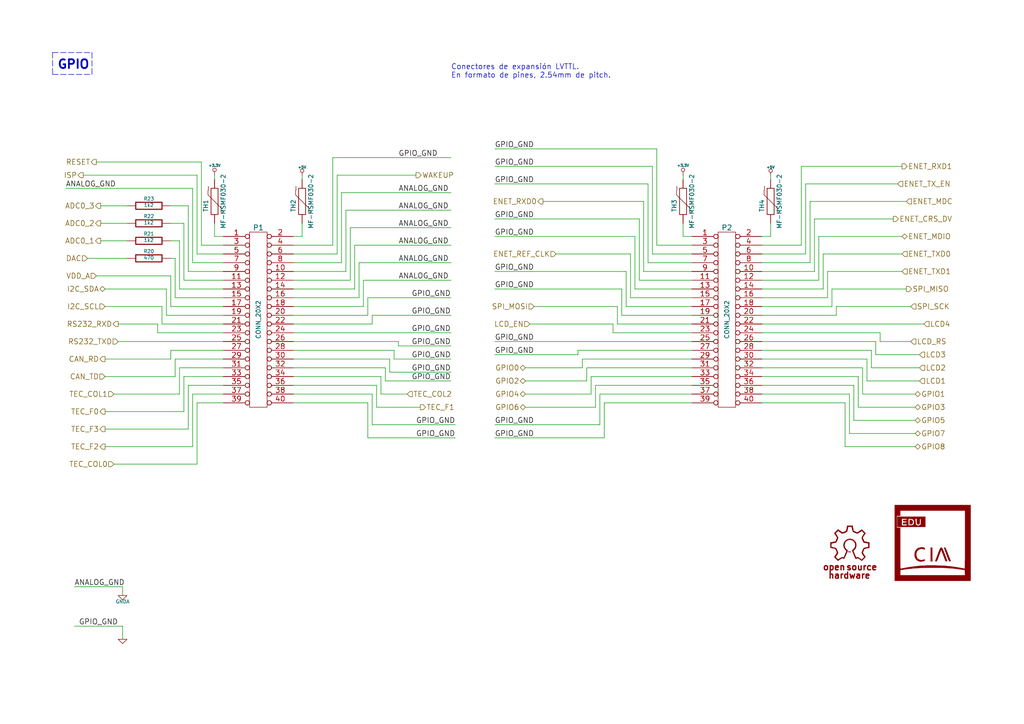
<source format=kicad_sch>
(kicad_sch (version 20250114) (generator "eeschema") (generator_version "9.0")
  (paper "A4")
  (title_block (title "GPIO") (date "5 oct 2015") (rev "1.2") (comment 1 "Computadora Industrial Abierta Argentina Versión Educativa EDU-CIAA-NXP") (comment 2 "Licencia: https://github.com/ciaa/Hardware/tree/master/Readme (LICENSE)"))
  (lib_symbols
    (symbol "edu-ciaa-nxp:+3.3V" (power) (pin_names (offset 0))
      (property "Value" "+3.3V" (at 0 2.794 0))
      (symbol "+3.3V_0_0"
        (pin power_in line (at 0 0 90) (length 0) (hide yes) (name "+3.3V") (number "1"))
      )
      (symbol "+3.3V_0_1"
        (circle (center 0 1.524) (radius 0.508))
        (polyline (pts (xy 0 0) (xy 0 1.016) (xy 0 1.016)))
      )
    )
    (symbol "edu-ciaa-nxp:+5V" (power) (pin_names (offset 1.016))
      (property "Value" "+5V" (at 0 2.286 0))
      (symbol "+5V_0_0"
        (pin power_in line (at 0 0 90) (length 0) (hide yes) (name "+5V") (number "1"))
      )
      (symbol "+5V_0_1"
        (circle (center 0 1.27) (radius 0.508))
        (polyline (pts (xy 0 0) (xy 0 0.762) (xy 0 0.762) (xy 0 0.762)))
      )
    )
    (symbol "edu-ciaa-nxp:CONN_20X2" (pin_names (offset 0.254) (hide yes))
      (property "Reference" "P" (at 0 26.67 0))
      (property "Value" "CONN_20X2" (at 0 0 90))
      (symbol "CONN_20X2_0_1"
        (rectangle (start -2.54 25.4) (end 2.54 -25.4))
      )
      (symbol "CONN_20X2_1_1"
        (pin passive inverted (at -10.16 24.13 0) (length 7.62) (name "P1") (number "1"))
        (pin passive inverted (at -10.16 21.59 0) (length 7.62) (name "P3") (number "3"))
        (pin passive inverted (at -10.16 19.05 0) (length 7.62) (name "P5") (number "5"))
        (pin passive inverted (at -10.16 16.51 0) (length 7.62) (name "P7") (number "7"))
        (pin passive inverted (at -10.16 13.97 0) (length 7.62) (name "P9") (number "9"))
        (pin passive inverted (at -10.16 11.43 0) (length 7.62) (name "P11") (number "11"))
        (pin passive inverted (at -10.16 8.89 0) (length 7.62) (name "P13") (number "13"))
        (pin passive inverted (at -10.16 6.35 0) (length 7.62) (name "P15") (number "15"))
        (pin passive inverted (at -10.16 3.81 0) (length 7.62) (name "P17") (number "17"))
        (pin passive inverted (at -10.16 1.27 0) (length 7.62) (name "P19") (number "19"))
        (pin passive inverted (at -10.16 -1.27 0) (length 7.62) (name "P21") (number "21"))
        (pin passive inverted (at -10.16 -3.81 0) (length 7.62) (name "P23") (number "23"))
        (pin passive inverted (at -10.16 -6.35 0) (length 7.62) (name "~") (number "25"))
        (pin passive inverted (at -10.16 -8.89 0) (length 7.62) (name "P27") (number "27"))
        (pin passive inverted (at -10.16 -11.43 0) (length 7.62) (name "P29") (number "29"))
        (pin passive inverted (at -10.16 -13.97 0) (length 7.62) (name "P31") (number "31"))
        (pin passive inverted (at -10.16 -16.51 0) (length 7.62) (name "P33") (number "33"))
        (pin passive inverted (at -10.16 -19.05 0) (length 7.62) (name "P35") (number "35"))
        (pin passive inverted (at -10.16 -21.59 0) (length 7.62) (name "P37") (number "37"))
        (pin passive inverted (at -10.16 -24.13 0) (length 7.62) (name "P39") (number "39"))
        (pin passive inverted (at 10.16 24.13 180) (length 7.62) (name "P2") (number "2"))
        (pin passive inverted (at 10.16 21.59 180) (length 7.62) (name "P4") (number "4"))
        (pin passive inverted (at 10.16 19.05 180) (length 7.62) (name "P6") (number "6"))
        (pin passive inverted (at 10.16 16.51 180) (length 7.62) (name "P8") (number "8"))
        (pin passive inverted (at 10.16 13.97 180) (length 7.62) (name "P10") (number "10"))
        (pin passive inverted (at 10.16 11.43 180) (length 7.62) (name "P12") (number "12"))
        (pin passive inverted (at 10.16 8.89 180) (length 7.62) (name "P14") (number "14"))
        (pin passive inverted (at 10.16 6.35 180) (length 7.62) (name "P16") (number "16"))
        (pin passive inverted (at 10.16 3.81 180) (length 7.62) (name "P18") (number "18"))
        (pin passive inverted (at 10.16 1.27 180) (length 7.62) (name "P20") (number "20"))
        (pin passive inverted (at 10.16 -1.27 180) (length 7.62) (name "P22") (number "22"))
        (pin passive inverted (at 10.16 -3.81 180) (length 7.62) (name "P24") (number "24"))
        (pin passive inverted (at 10.16 -6.35 180) (length 7.62) (name "P26") (number "26"))
        (pin passive inverted (at 10.16 -8.89 180) (length 7.62) (name "P28") (number "28"))
        (pin passive inverted (at 10.16 -11.43 180) (length 7.62) (name "P30") (number "30"))
        (pin passive inverted (at 10.16 -13.97 180) (length 7.62) (name "P32") (number "32"))
        (pin passive inverted (at 10.16 -16.51 180) (length 7.62) (name "P34") (number "34"))
        (pin passive inverted (at 10.16 -19.05 180) (length 7.62) (name "P36") (number "36"))
        (pin passive inverted (at 10.16 -21.59 180) (length 7.62) (name "P38") (number "38"))
        (pin passive inverted (at 10.16 -24.13 180) (length 7.62) (name "P40") (number "40"))
      )
    )
    (symbol "edu-ciaa-nxp:GND" (power) (pin_names (offset 0))
      (symbol "GND_0_1"
        (polyline (pts (xy -1.27 0) (xy 0 -1.27) (xy 1.27 0) (xy -1.27 0)))
      )
      (symbol "GND_1_1"
        (pin power_in line (at 0 0 90) (length 0) (hide yes) (name "GND") (number "1"))
      )
    )
    (symbol "edu-ciaa-nxp:GNDA" (power) (pin_names (offset 0))
      (property "Value" "GNDA" (at 0 -1.778 0))
      (symbol "GNDA_0_1"
        (polyline (pts (xy -1.27 0) (xy 0 -1.27) (xy 1.27 0) (xy -1.27 0)))
      )
      (symbol "GNDA_1_1"
        (pin power_in line (at 0 0 90) (length 0) (hide yes) (name "GNDA") (number "1"))
      )
    )
    (symbol "edu-ciaa-nxp:LOGO" (pin_names (offset 1.016))
      (symbol "LOGO_0_0"
        (polyline (pts (xy -5.7658 6.1722) (xy -5.8674 6.4516) (xy -6.0706 6.6294) (xy -6.4008 6.6802) (xy -6.6802 6.6802) (xy -6.6802 6.0452) (xy -6.7056 5.4102) (xy -6.3754 5.4102) (xy -6.1976 5.4356) (xy -5.9436 5.5118) (xy -5.8166 5.715) (xy -5.7658 6.0706) (xy -5.7658 6.1722) (xy -5.7658 6.1722)) (stroke (width 0.0254)) (fill (type outline)))
        (polyline (pts (xy -2.286 -1.9304) (xy -2.3114 -1.6764) (xy -2.3368 -1.524) (xy -2.413 -1.397) (xy -2.6162 -1.3208) (xy -2.8956 -1.27) (xy -3.4036 -1.2954) (xy -3.9116 -1.397) (xy -4.3688 -1.6002) (xy -4.7244 -1.8796) (xy -5.0038 -2.286) (xy -5.1816 -2.794) (xy -5.2578 -3.3528) (xy -5.2324 -3.7592) (xy -5.08 -4.318) (xy -4.826 -4.7498) (xy -4.4196 -5.1054) (xy -3.9116 -5.334) (xy -3.81 -5.3594) (xy -3.5052 -5.3848) (xy -3.1496 -5.3594) (xy -2.794 -5.334) (xy -2.5146 -5.2578) (xy -2.3622 -5.1562) (xy -2.286 -4.953) (xy -2.286 -4.8514) (xy -2.3368 -4.8006) (xy -2.4384 -4.8006) (xy -2.6924 -4.8768) (xy -2.7178 -4.8768) (xy -3.175 -4.9784) (xy -3.556 -4.953) (xy -3.937 -4.826) (xy -4.064 -4.7752) (xy -4.4196 -4.4958) (xy -4.6228 -4.1148) (xy -4.7244 -3.6322) (xy -4.7498 -3.302) (xy -4.699 -2.8702) (xy -4.5974 -2.5146) (xy -4.3942 -2.2352) (xy -4.0132 -1.905) (xy -3.556 -1.7272) (xy -3.0734 -1.7018) (xy -2.5908 -1.8034) (xy -2.286 -1.9304) (xy -2.286 -1.9304)) (stroke (width 0.0254)) (fill (type outline)))
        (polyline (pts (xy -2.1082 7.62) (xy -3.3782 7.62) (xy -3.3782 6.2484) (xy -3.4036 5.842) (xy -3.429 5.5626) (xy -3.4544 5.3848) (xy -3.5306 5.2578) (xy -3.7338 5.1054) (xy -4.0894 5.0292) (xy -4.318 5.0038) (xy -4.5212 5.0546) (xy -4.699 5.1816) (xy -4.8006 5.2832) (xy -4.8768 5.4102) (xy -4.9276 5.5626) (xy -4.953 5.8166) (xy -4.9784 6.223) (xy -5.0292 7.0358) (xy -4.8006 7.0358) (xy -4.572 7.0358) (xy -4.572 6.3246) (xy -4.572 6.1468) (xy -4.5466 5.7658) (xy -4.4704 5.5118) (xy -4.3434 5.3848) (xy -4.1402 5.334) (xy -4.064 5.334) (xy -3.9116 5.4102) (xy -3.81 5.588) (xy -3.7338 5.8674) (xy -3.7338 6.3246) (xy -3.7338 6.5532) (xy -3.7084 6.8072) (xy -3.683 6.9596) (xy -3.6322 7.0104) (xy -3.556 7.0358) (xy -3.4798 7.0104) (xy -3.429 6.9596) (xy -3.4036 6.8326) (xy -3.4036 6.604) (xy -3.3782 6.2484) (xy -3.3782 7.62) (xy -5.3848 7.62) (xy -5.3848 6.1468) (xy -5.3848 5.7658) (xy -5.5118 5.4356) (xy -5.6896 5.207) (xy -5.7658 5.1816) (xy -6.0452 5.1054) (xy -6.4516 5.08) (xy -7.0358 5.08) (xy -7.0358 6.0706) (xy -7.0358 7.0612) (xy -6.4516 7.0104) (xy -6.2992 7.0104) (xy -6.0198 6.9596) (xy -5.7912 6.9088) (xy -5.6388 6.7818) (xy -5.6388 6.7564) (xy -5.461 6.477) (xy -5.3848 6.1468) (xy -5.3848 7.62) (xy -6.1722 7.62) (xy -7.4422 7.62) (xy -7.4422 6.858) (xy -7.4676 6.7818) (xy -7.5438 6.731) (xy -7.6962 6.7056) (xy -8.001 6.6802) (xy -8.1026 6.6802) (xy -8.3566 6.6802) (xy -8.4836 6.6548) (xy -8.5344 6.604) (xy -8.5598 6.477) (xy -8.5344 6.35) (xy -8.4836 6.2992) (xy -8.3312 6.2738) (xy -8.0518 6.2738) (xy -7.8232 6.2738) (xy -7.6454 6.2484) (xy -7.5692 6.1976) (xy -7.5438 6.096) (xy -7.5438 6.0198) (xy -7.62 5.969) (xy -7.7724 5.9436) (xy -8.0518 5.9182) (xy -8.128 5.9182) (xy -8.382 5.9182) (xy -8.509 5.8928) (xy -8.5598 5.8166) (xy -8.5598 5.6642) (xy -8.5598 5.4102) (xy -8.001 5.4102) (xy -7.9502 5.4102) (xy -7.6708 5.4102) (xy -7.5438 5.3848) (xy -7.4676 5.334) (xy -7.4422 5.2324) (xy -7.4676 5.1562) (xy -7.493 5.08) (xy -7.62 5.0546) (xy -7.8232 5.0546) (xy -8.1788 5.0292) (xy -8.3312 5.0546) (xy -8.636 5.0546) (xy -8.8392 5.0546) (xy -8.9408 5.08) (xy -8.9408 5.1562) (xy -8.9662 5.3848) (xy -8.9662 5.6896) (xy -8.9662 6.0706) (xy -8.9662 7.0358) (xy -8.2042 7.0358) (xy -7.9248 7.0358) (xy -7.6708 7.0104) (xy -7.5184 6.985) (xy -7.4676 6.9342) (xy -7.4422 6.858) (xy -7.4422 7.62) (xy -10.2362 7.62) (xy -10.2362 6.1468) (xy -10.2362 4.6482) (xy -6.1722 4.6482) (xy -2.1082 4.6482) (xy -2.1082 6.1468) (xy -2.1082 7.62) (xy -2.1082 7.62)) (stroke (width 0.0254)) (fill (type outline)))
        (polyline (pts (xy -0.0762 -5.334) (xy -0.1016 -3.3528) (xy -0.1016 -1.3462) (xy -0.3556 -1.3462) (xy -0.5842 -1.3462) (xy -0.5842 -3.3528) (xy -0.5842 -5.334) (xy -0.3302 -5.334) (xy -0.0762 -5.334) (xy -0.0762 -5.334)) (stroke (width 0.0254)) (fill (type outline)))
        (polyline (pts (xy 4.2164 -5.207) (xy 4.191 -5.1562) (xy 4.1148 -4.9784) (xy 4.0132 -4.6482) (xy 3.8608 -4.2418) (xy 3.683 -3.7592) (xy 3.4798 -3.2258) (xy 3.3782 -2.9718) (xy 3.175 -2.4384) (xy 2.9972 -2.032) (xy 2.8956 -1.7526) (xy 2.794 -1.5494) (xy 2.7178 -1.4478) (xy 2.6416 -1.3716) (xy 2.5654 -1.3462) (xy 2.4892 -1.3462) (xy 2.4384 -1.3462) (xy 2.3622 -1.3716) (xy 2.3114 -1.397) (xy 2.2352 -1.4986) (xy 2.159 -1.651) (xy 2.0574 -1.8796) (xy 1.905 -2.2098) (xy 1.7272 -2.667) (xy 1.4986 -3.2766) (xy 1.3462 -3.6576) (xy 1.1684 -4.1656) (xy 0.9906 -4.5974) (xy 0.8636 -4.953) (xy 0.7874 -5.1816) (xy 0.762 -5.2578) (xy 0.8128 -5.3086) (xy 0.9906 -5.334) (xy 1.0668 -5.334) (xy 1.143 -5.3086) (xy 1.1938 -5.2324) (xy 1.27 -5.1054) (xy 1.3716 -4.9022) (xy 1.4986 -4.5974) (xy 1.651 -4.1656) (xy 1.8542 -3.5814) (xy 1.9558 -3.3528) (xy 2.1336 -2.8702) (xy 2.286 -2.4892) (xy 2.413 -2.1844) (xy 2.4892 -2.0066) (xy 2.5146 -1.9558) (xy 2.5146 -1.9812) (xy 2.5654 -2.1082) (xy 2.667 -2.3876) (xy 2.794 -2.7432) (xy 2.9718 -3.2004) (xy 3.1496 -3.7084) (xy 3.302 -4.1148) (xy 3.4798 -4.572) (xy 3.5814 -4.8768) (xy 3.683 -5.1054) (xy 3.7592 -5.2324) (xy 3.8354 -5.3086) (xy 3.9116 -5.334) (xy 3.9878 -5.334) (xy 4.1656 -5.3086) (xy 4.2164 -5.207) (xy 4.2164 -5.207)) (stroke (width 0.0254)) (fill (type outline)))
        (polyline (pts (xy 5.207 -5.2578) (xy 5.1816 -5.1562) (xy 5.1308 -4.9784) (xy 5.0292 -4.7244) (xy 4.9022 -4.3434) (xy 4.699 -3.8608) (xy 4.445 -3.2258) (xy 4.2926 -2.794) (xy 4.0894 -2.3114) (xy 3.937 -1.9558) (xy 3.8354 -1.7018) (xy 3.7338 -1.524) (xy 3.6576 -1.4224) (xy 3.6068 -1.3716) (xy 3.5306 -1.3716) (xy 3.3782 -1.3462) (xy 3.302 -1.3716) (xy 3.3274 -1.4732) (xy 3.4036 -1.6764) (xy 3.5306 -2.0066) (xy 3.6576 -2.3876) (xy 3.8354 -2.8448) (xy 4.0132 -3.3274) (xy 4.1656 -3.7846) (xy 4.3434 -4.2418) (xy 4.4704 -4.6228) (xy 4.5974 -4.9022) (xy 4.6736 -5.1054) (xy 4.6736 -5.1308) (xy 4.8006 -5.2832) (xy 5.0038 -5.334) (xy 5.08 -5.334) (xy 5.1562 -5.334) (xy 5.1816 -5.3086) (xy 5.207 -5.2578) (xy 5.207 -5.2578)) (stroke (width 0.0254)) (fill (type outline)))
        (polyline (pts (xy 10.9982 10.9982) (xy 9.398 10.9982) (xy 9.398 9.398) (xy 9.398 0.9144) (xy 9.398 0.8382) (xy 9.398 -0.5588) (xy 9.398 -1.778) (xy 9.398 -2.8702) (xy 9.398 -3.7846) (xy 9.398 -4.5974) (xy 9.398 -9.398) (xy 0 -9.398) (xy -9.398 -9.398) (xy -9.3726 -8.6106) (xy -9.3472 -7.8232) (xy -8.9408 -7.7724) (xy -8.7884 -7.747) (xy -7.6454 -7.5946) (xy -6.5786 -7.4676) (xy -5.5626 -7.366) (xy -4.572 -7.2898) (xy -3.556 -7.239) (xy -2.4638 -7.1882) (xy -1.2954 -7.1628) (xy 0 -7.1628) (xy 0.1524 -7.1628) (xy 1.4478 -7.1628) (xy 2.5908 -7.1882) (xy 3.6576 -7.239) (xy 4.6736 -7.2898) (xy 5.6642 -7.366) (xy 6.6802 -7.4676) (xy 7.747 -7.62) (xy 8.9408 -7.7724) (xy 9.3472 -7.8232) (xy 9.3726 -8.6106) (xy 9.398 -9.398) (xy 9.398 -4.5974) (xy 9.3726 -5.2832) (xy 9.3726 -5.8674) (xy 9.3726 -6.3246) (xy 9.3726 -6.7056) (xy 9.3472 -6.985) (xy 9.3472 -7.2136) (xy 9.3218 -7.366) (xy 9.2964 -7.4422) (xy 9.2964 -7.493) (xy 9.271 -7.493) (xy 9.0678 -7.4422) (xy 8.7376 -7.366) (xy 8.3058 -7.2898) (xy 7.7978 -7.1882) (xy 7.239 -7.112) (xy 6.6802 -7.0104) (xy 6.1214 -6.9342) (xy 5.6388 -6.858) (xy 5.2832 -6.8072) (xy 3.048 -6.604) (xy 0.762 -6.5278) (xy -1.524 -6.5278) (xy -3.7846 -6.6548) (xy -5.969 -6.9088) (xy -8.0772 -7.239) (xy -8.128 -7.2644) (xy -8.5344 -7.3406) (xy -8.89 -7.4168) (xy -9.144 -7.4676) (xy -9.271 -7.493) (xy -9.2964 -7.493) (xy -9.3218 -7.4676) (xy -9.3218 -7.3914) (xy -9.3472 -7.2644) (xy -9.3726 -7.0612) (xy -9.3726 -6.7564) (xy -9.3726 -6.3754) (xy -9.398 -5.9182) (xy -9.398 -5.3086) (xy -9.398 -4.5974) (xy -9.398 -3.7338) (xy -9.398 -2.7432) (xy -9.398 -1.5748) (xy -9.398 4.3942) (xy -9.906 4.3942) (xy -10.414 4.3942) (xy -10.414 6.1468) (xy -10.414 7.874) (xy -9.906 7.874) (xy -9.398 7.874) (xy -9.398 8.636) (xy -9.398 9.398) (xy 0 9.398) (xy 9.398 9.398) (xy 9.398 10.9982) (xy 0 10.9982) (xy -10.9982 10.9982) (xy -10.9982 0) (xy -10.9982 -10.9982) (xy 0 -10.9982) (xy 10.9982 -10.9982) (xy 10.9982 0) (xy 10.9982 10.9982) (xy 10.9982 10.9982)) (stroke (width 0.0254)) (fill (type outline)))
      )
    )
    (symbol "edu-ciaa-nxp:OSHWA" (pin_names (offset 1.016))
      (symbol "OSHWA_0_0"
        (polyline (pts (xy 5.7912 2.667) (xy 5.5372 2.7178) (xy 5.4864 2.7432) (xy 5.4864 1.8796) (xy 5.4864 1.8288) (xy 5.4864 1.6002) (xy 5.4864 1.4732) (xy 5.4102 1.3716) (xy 5.2832 1.3208) (xy 5.0038 1.27) (xy 4.6228 1.1938) (xy 4.572 1.1684) (xy 4.318 1.1176) (xy 4.1656 1.0414) (xy 4.0386 0.889) (xy 3.937 0.6604) (xy 3.8354 0.4064) (xy 3.683 0.0762) (xy 3.6068 -0.1778) (xy 3.5814 -0.3556) (xy 3.6322 -0.5334) (xy 3.7592 -0.7366) (xy 3.9116 -0.9906) (xy 4.318 -1.5494) (xy 3.937 -1.9304) (xy 3.5814 -2.3114) (xy 3.048 -1.9558) (xy 2.794 -1.778) (xy 2.5654 -1.651) (xy 2.3876 -1.6256) (xy 2.2098 -1.6256) (xy 1.905 -1.6764) (xy 1.4986 -0.7112) (xy 1.1176 0.2286) (xy 1.397 0.508) (xy 1.5748 0.6604) (xy 1.8034 1.016) (xy 1.9304 1.397) (xy 1.9812 1.8542) (xy 1.9812 1.9304) (xy 1.9558 2.2606) (xy 1.905 2.54) (xy 1.7526 2.8194) (xy 1.4732 3.175) (xy 1.0668 3.5052) (xy 0.5842 3.683) (xy 0.1016 3.7338) (xy -0.4064 3.6576) (xy -0.889 3.429) (xy -1.2954 3.048) (xy -1.3462 2.9972) (xy -1.6256 2.5146) (xy -1.7526 2.0066) (xy -1.7018 1.4986) (xy -1.4986 0.9906) (xy -1.143 0.508) (xy -0.8636 0.2032) (xy -1.2446 -0.7366) (xy -1.651 -1.6764) (xy -1.9558 -1.6256) (xy -2.1082 -1.6256) (xy -2.286 -1.651) (xy -2.4892 -1.7526) (xy -2.7686 -1.9304) (xy -3.2766 -2.2606) (xy -3.6576 -1.905) (xy -4.0132 -1.524) (xy -3.6322 -0.9652) (xy -3.2766 -0.4064) (xy -3.429 0.0254) (xy -3.4544 0.1016) (xy -3.6068 0.508) (xy -3.7338 0.7874) (xy -3.8862 0.9906) (xy -4.0894 1.0922) (xy -4.3688 1.1938) (xy -4.7752 1.27) (xy -5.2578 1.3716) (xy -5.2324 1.905) (xy -5.207 2.413) (xy -4.5212 2.54) (xy -3.8608 2.667) (xy -3.5814 3.2512) (xy -3.556 3.302) (xy -3.4036 3.6068) (xy -3.3274 3.8862) (xy -3.2766 4.0386) (xy -3.3274 4.2164) (xy -3.4544 4.445) (xy -3.6322 4.7244) (xy -3.6576 4.7498) (xy -3.81 5.0292) (xy -3.937 5.207) (xy -3.9878 5.3086) (xy -3.9878 5.334) (xy -3.8862 5.461) (xy -3.7338 5.6388) (xy -3.5306 5.8166) (xy -3.3782 5.969) (xy -3.2766 6.0198) (xy -3.1496 5.9436) (xy -2.9464 5.8166) (xy -2.6924 5.6388) (xy -2.6162 5.588) (xy -2.3622 5.4102) (xy -2.159 5.3086) (xy -2.032 5.2578) (xy -1.8796 5.3086) (xy -1.6256 5.3848) (xy -1.3208 5.5118) (xy -1.2446 5.5372) (xy -0.9144 5.6896) (xy -0.7112 5.842) (xy -0.635 5.969) (xy -0.6096 6.096) (xy -0.5588 6.3754) (xy -0.4826 6.6802) (xy -0.381 7.239) (xy 0.127 7.239) (xy 0.635 7.239) (xy 0.7366 6.731) (xy 0.7874 6.477) (xy 0.8636 6.1722) (xy 0.9398 5.9436) (xy 1.0414 5.8166) (xy 1.1684 5.715) (xy 1.3462 5.6134) (xy 1.4478 5.5626) (xy 1.778 5.4356) (xy 2.032 5.334) (xy 2.1844 5.2832) (xy 2.3114 5.2832) (xy 2.4638 5.334) (xy 2.667 5.4356) (xy 2.9464 5.6388) (xy 3.556 6.0452) (xy 3.937 5.6896) (xy 4.2926 5.3086) (xy 3.9116 4.7498) (xy 3.8354 4.6228) (xy 3.683 4.318) (xy 3.5814 4.0894) (xy 3.6068 3.8354) (xy 3.683 3.5306) (xy 3.8862 3.1496) (xy 4.1148 2.667) (xy 4.7752 2.54) (xy 5.461 2.413) (xy 5.4864 1.8796) (xy 5.4864 2.7432) (xy 5.4102 2.7432) (xy 5.1054 2.8194) (xy 4.8006 2.8956) (xy 4.2926 2.9718) (xy 4.064 3.5306) (xy 3.81 4.0894) (xy 4.2418 4.7244) (xy 4.6736 5.3594) (xy 4.1148 5.9182) (xy 3.5814 6.4516) (xy 2.921 6.0198) (xy 2.286 5.5626) (xy 1.7526 5.7912) (xy 1.1938 6.0452) (xy 1.0922 6.5532) (xy 1.0668 6.8072) (xy 0.9906 7.0866) (xy 0.9652 7.3152) (xy 0.9144 7.5438) (xy 0.127 7.5438) (xy -0.6604 7.5438) (xy -0.762 6.9342) (xy -0.8128 6.6802) (xy -0.889 6.35) (xy -0.9652 6.1214) (xy -1.0922 5.9944) (xy -1.27 5.8928) (xy -1.524 5.7658) (xy -2.032 5.588) (xy -2.667 6.0198) (xy -3.3274 6.477) (xy -3.8608 5.9182) (xy -4.4196 5.3594) (xy -3.9878 4.7244) (xy -3.556 4.0894) (xy -3.7846 3.556) (xy -3.7846 3.5306) (xy -3.8862 3.2766) (xy -3.9878 3.0734) (xy -4.0132 2.9972) (xy -4.0386 2.9718) (xy -4.191 2.9464) (xy -4.445 2.8956) (xy -4.7752 2.8194) (xy -5.5118 2.6924) (xy -5.5118 1.905) (xy -5.5118 1.143) (xy -4.9022 1.016) (xy -4.8768 1.016) (xy -4.5466 0.9652) (xy -4.2926 0.889) (xy -4.1402 0.8382) (xy -4.1148 0.8128) (xy -4.0132 0.6604) (xy -3.8862 0.4318) (xy -3.7592 0.1524) (xy -3.683 -0.1016) (xy -3.6576 -0.3048) (xy -3.7084 -0.4572) (xy -3.8608 -0.6858) (xy -4.0386 -0.9652) (xy -4.4196 -1.524) (xy -3.8862 -2.0828) (xy -3.7846 -2.2098) (xy -3.556 -2.413) (xy -3.3782 -2.5654) (xy -3.3274 -2.6162) (xy -3.302 -2.6162) (xy -3.2004 -2.54) (xy -2.9972 -2.413) (xy -2.7178 -2.2352) (xy -2.5654 -2.1082) (xy -2.3368 -1.9558) (xy -2.1844 -1.905) (xy -2.0574 -1.905) (xy -1.905 -1.9304) (xy -1.7018 -2.0066) (xy -1.5748 -2.0574) (xy -1.5494 -2.032) (xy -1.4732 -1.8796) (xy -1.3462 -1.6256) (xy -1.1684 -1.27) (xy -0.9906 -0.8636) (xy -0.4826 0.3556) (xy -0.8382 0.6604) (xy -1.016 0.8128) (xy -1.27 1.2192) (xy -1.4224 1.651) (xy -1.4224 2.1082) (xy -1.2954 2.5146) (xy -1.0922 2.8956) (xy -0.762 3.2004) (xy -0.3556 3.4036) (xy 0.1524 3.4798) (xy 0.4826 3.429) (xy 0.9144 3.2766) (xy 1.27 2.9718) (xy 1.5494 2.5908) (xy 1.6764 2.159) (xy 1.6764 1.8288) (xy 1.6256 1.4478) (xy 1.4732 1.0922) (xy 1.1684 0.762) (xy 0.762 0.3556) (xy 1.2446 -0.8128) (xy 1.3208 -1.016) (xy 1.4732 -1.397) (xy 1.6256 -1.7272) (xy 1.7272 -1.9558) (xy 1.778 -2.0574) (xy 1.8796 -2.0828) (xy 2.032 -2.0066) (xy 2.1844 -1.905) (xy 2.3114 -1.8796) (xy 2.4892 -1.905) (xy 2.7178 -2.032) (xy 3.0226 -2.2352) (xy 3.5814 -2.6416) (xy 4.1402 -2.0828) (xy 4.6736 -1.524) (xy 4.2926 -0.9652) (xy 4.2164 -0.8636) (xy 4.064 -0.6096) (xy 3.937 -0.381) (xy 3.8862 -0.2794) (xy 3.8862 -0.254) (xy 3.937 -0.0762) (xy 4.0386 0.1778) (xy 4.1402 0.4572) (xy 4.2418 0.6858) (xy 4.318 0.7874) (xy 4.3434 0.8128) (xy 4.4958 0.8636) (xy 4.7498 0.9398) (xy 5.08 1.016) (xy 5.7912 1.143) (xy 5.7912 1.905) (xy 5.7912 2.667) (xy 5.7912 2.667)) (stroke (width 0.0254)) (fill (type outline)))
        (text "open" (at -4.445 -4.445 0) (effects (font (size 1.778 1.778) (bold yes))))
        (text "hardware" (at -0.0254 -6.858 0) (effects (font (size 1.778 1.778) (bold yes))))
        (text "source" (at 3.556 -4.445 0) (effects (font (size 1.778 1.778) (bold yes))))
      )
    )
    (symbol "edu-ciaa-nxp:R" (pin_numbers (hide yes)) (pin_names (offset 0))
      (property "Reference" "R" (at 2.032 0 90))
      (property "Value" "R" (at 0.1778 0.0254 90))
      (symbol "R_0_1"
        (rectangle (start -1.016 3.81) (end 1.016 -3.81) (stroke (width 0.3048)))
      )
      (symbol "R_1_1"
        (pin passive line (at 0 6.35 270) (length 2.54) (name "~") (number "1"))
        (pin passive line (at 0 -6.35 90) (length 2.54) (name "~") (number "2"))
      )
    )
    (symbol "edu-ciaa-nxp:THERMISTOR" (pin_numbers (hide yes)) (pin_names (offset 0))
      (property "Reference" "TH" (at 2.54 1.27 90))
      (property "Value" "THERMISTOR" (at -2.54 0 90))
      (symbol "THERMISTOR_0_1"
        (polyline (pts (xy -1.905 3.175) (xy -1.905 1.905) (xy 1.905 -1.905) (xy 1.905 -3.175) (xy 1.905 -3.175)))
        (rectangle (start -1.016 3.81) (end 1.016 -3.81) (stroke (width 0.2032)))
        (text "-" (at 1.905 -3.81 900) (effects (font (size 1.524 1.524))))
      )
      (symbol "THERMISTOR_1_1"
        (pin passive line (at 0 6.35 270) (length 2.54) (name "~") (number "1"))
        (pin passive line (at 0 -6.35 90) (length 2.54) (name "~") (number "2"))
      )
    )
  )
  (text "GPIO" (at 16.51 20.32 0) (effects (font (size 2.54 2.54) (thickness 0.508) (bold yes)) (justify left bottom)))
  (text "Conectores de expansión LVTTL.\nEn formato de pines, 2.54mm de pitch." (at 130.81 22.86 0) (effects (font (size 1.524 1.524)) (justify left bottom)))
  (wire (pts (xy 49.53 74.93) (xy 50.8 74.93)))
  (wire (pts (xy 50.8 74.93) (xy 50.8 86.36)))
  (wire (pts (xy 189.23 73.66) (xy 200.66 73.66)))
  (wire (pts (xy 187.96 76.2) (xy 200.66 76.2)))
  (wire (pts (xy 24.13 50.8) (xy 57.15 50.8)))
  (wire (pts (xy 220.98 88.9) (xy 241.3 88.9)))
  (wire (pts (xy 220.98 111.76) (xy 247.65 111.76)))
  (wire (pts (xy 85.09 116.84) (xy 106.68 116.84)))
  (wire (pts (xy 99.06 76.2) (xy 99.06 55.88)))
  (wire (pts (xy 242.57 91.44) (xy 242.57 88.9)))
  (wire (pts (xy 110.49 109.22) (xy 110.49 114.3)))
  (wire (pts (xy 85.09 71.12) (xy 96.52 71.12)))
  (wire (pts (xy 198.12 64.77) (xy 198.12 68.58)))
  (wire (pts (xy 190.5 71.12) (xy 200.66 71.12)))
  (wire (pts (xy 85.09 76.2) (xy 99.06 76.2)))
  (wire (pts (xy 48.26 83.82) (xy 30.48 83.82)))
  (wire (pts (xy 87.63 68.58) (xy 87.63 64.77)))
  (wire (pts (xy 55.88 114.3) (xy 64.77 114.3)))
  (wire (pts (xy 57.15 73.66) (xy 64.77 73.66)))
  (wire (pts (xy 234.95 76.2) (xy 234.95 58.42)))
  (wire (pts (xy 175.26 127) (xy 175.26 116.84)))
  (wire (pts (xy 200.66 93.98) (xy 179.07 93.98)))
  (wire (pts (xy 104.14 86.36) (xy 104.14 76.2)))
  (wire (pts (xy 143.51 102.87) (xy 167.64 102.87)))
  (wire (pts (xy 114.3 104.14) (xy 114.3 101.6)))
  (wire (pts (xy 143.51 53.34) (xy 187.96 53.34)))
  (wire (pts (xy 179.07 93.98) (xy 179.07 88.9)))
  (wire (pts (xy 46.99 88.9) (xy 46.99 93.98)))
  (wire (pts (xy 247.65 111.76) (xy 247.65 121.92)))
  (wire (pts (xy 87.63 52.07) (xy 87.63 50.8)))
  (wire (pts (xy 115.57 99.06) (xy 115.57 100.33)))
  (wire (pts (xy 101.6 66.04) (xy 130.81 66.04)))
  (wire (pts (xy 29.21 59.69) (xy 36.83 59.69)))
  (wire (pts (xy 170.18 106.68) (xy 170.18 110.49)))
  (wire (pts (xy 54.61 78.74) (xy 64.77 78.74)))
  (wire (pts (xy 50.8 86.36) (xy 64.77 86.36)))
  (wire (pts (xy 220.98 81.28) (xy 237.49 81.28)))
  (wire (pts (xy 53.34 109.22) (xy 64.77 109.22)))
  (wire (pts (xy 246.38 125.73) (xy 246.38 114.3)))
  (wire (pts (xy 85.09 93.98) (xy 107.95 93.98)))
  (wire (pts (xy 220.98 96.52) (xy 255.27 96.52)))
  (wire (pts (xy 53.34 64.77) (xy 49.53 64.77)))
  (wire (pts (xy 173.99 123.19) (xy 143.51 123.19)))
  (wire (pts (xy 29.21 64.77) (xy 36.83 64.77)))
  (wire (pts (xy 186.69 78.74) (xy 200.66 78.74)))
  (wire (pts (xy 143.51 78.74) (xy 181.61 78.74)))
  (wire (pts (xy 107.95 114.3) (xy 107.95 123.19)))
  (wire (pts (xy 254 99.06) (xy 254 102.87)))
  (wire (pts (xy 35.56 172.72) (xy 35.56 170.18)))
  (wire (pts (xy 85.09 104.14) (xy 113.03 104.14)))
  (wire (pts (xy 30.48 104.14) (xy 49.53 104.14)))
  (wire (pts (xy 53.34 81.28) (xy 53.34 64.77)))
  (wire (pts (xy 247.65 121.92) (xy 265.43 121.92)))
  (polyline (pts (xy 15.24 15.24) (xy 15.24 21.59)) (stroke (width 0) (type dash)))
  (wire (pts (xy 55.88 129.54) (xy 55.88 114.3)))
  (wire (pts (xy 114.3 104.14) (xy 130.81 104.14)))
  (wire (pts (xy 107.95 123.19) (xy 132.08 123.19)))
  (wire (pts (xy 241.3 88.9) (xy 241.3 83.82)))
  (wire (pts (xy 167.64 102.87) (xy 167.64 101.6)))
  (wire (pts (xy 85.09 91.44) (xy 106.68 91.44)))
  (wire (pts (xy 30.48 129.54) (xy 55.88 129.54)))
  (wire (pts (xy 143.51 83.82) (xy 180.34 83.82)))
  (wire (pts (xy 187.96 53.34) (xy 187.96 76.2)))
  (wire (pts (xy 190.5 43.18) (xy 190.5 71.12)))
  (wire (pts (xy 184.15 83.82) (xy 200.66 83.82)))
  (wire (pts (xy 52.07 106.68) (xy 52.07 114.3)))
  (wire (pts (xy 171.45 109.22) (xy 200.66 109.22)))
  (wire (pts (xy 19.05 54.61) (xy 55.88 54.61)))
  (wire (pts (xy 121.92 118.11) (xy 109.22 118.11)))
  (wire (pts (xy 248.92 109.22) (xy 248.92 118.11)))
  (wire (pts (xy 114.3 101.6) (xy 85.09 101.6)))
  (wire (pts (xy 113.03 104.14) (xy 113.03 107.95)))
  (wire (pts (xy 181.61 88.9) (xy 200.66 88.9)))
  (wire (pts (xy 106.68 91.44) (xy 106.68 86.36)))
  (wire (pts (xy 240.03 86.36) (xy 240.03 78.74)))
  (wire (pts (xy 220.98 93.98) (xy 267.97 93.98)))
  (wire (pts (xy 220.98 91.44) (xy 242.57 91.44)))
  (wire (pts (xy 241.3 83.82) (xy 262.89 83.82)))
  (wire (pts (xy 251.46 110.49) (xy 266.7 110.49)))
  (wire (pts (xy 105.41 88.9) (xy 105.41 81.28)))
  (wire (pts (xy 29.21 69.85) (xy 36.83 69.85)))
  (wire (pts (xy 250.19 106.68) (xy 250.19 114.3)))
  (wire (pts (xy 50.8 109.22) (xy 30.48 109.22)))
  (wire (pts (xy 172.72 118.11) (xy 172.72 111.76)))
  (wire (pts (xy 200.66 114.3) (xy 173.99 114.3)))
  (wire (pts (xy 85.09 99.06) (xy 115.57 99.06)))
  (wire (pts (xy 49.53 104.14) (xy 49.53 101.6)))
  (wire (pts (xy 250.19 114.3) (xy 265.43 114.3)))
  (wire (pts (xy 180.34 83.82) (xy 180.34 91.44)))
  (wire (pts (xy 255.27 99.06) (xy 264.16 99.06)))
  (polyline (pts (xy 15.24 21.59) (xy 26.67 21.59)) (stroke (width 0) (type dash)))
  (wire (pts (xy 85.09 86.36) (xy 104.14 86.36)))
  (wire (pts (xy 220.98 99.06) (xy 254 99.06)))
  (wire (pts (xy 30.48 88.9) (xy 46.99 88.9)))
  (wire (pts (xy 111.76 110.49) (xy 130.81 110.49)))
  (wire (pts (xy 85.09 106.68) (xy 111.76 106.68)))
  (wire (pts (xy 234.95 58.42) (xy 262.89 58.42)))
  (wire (pts (xy 143.51 68.58) (xy 184.15 68.58)))
  (wire (pts (xy 106.68 116.84) (xy 106.68 127)))
  (wire (pts (xy 189.23 48.26) (xy 189.23 73.66)))
  (wire (pts (xy 45.72 93.98) (xy 45.72 96.52)))
  (polyline (pts (xy 15.24 15.24) (xy 26.67 15.24)) (stroke (width 0) (type dash)))
  (wire (pts (xy 106.68 86.36) (xy 130.81 86.36)))
  (wire (pts (xy 182.88 86.36) (xy 200.66 86.36)))
  (wire (pts (xy 198.12 52.07) (xy 198.12 50.8)))
  (wire (pts (xy 85.09 68.58) (xy 87.63 68.58)))
  (wire (pts (xy 223.52 52.07) (xy 223.52 50.8)))
  (wire (pts (xy 254 102.87) (xy 266.7 102.87)))
  (wire (pts (xy 45.72 93.98) (xy 34.29 93.98)))
  (wire (pts (xy 52.07 83.82) (xy 64.77 83.82)))
  (wire (pts (xy 181.61 78.74) (xy 181.61 88.9)))
  (wire (pts (xy 168.91 106.68) (xy 168.91 104.14)))
  (wire (pts (xy 107.95 93.98) (xy 107.95 91.44)))
  (wire (pts (xy 85.09 114.3) (xy 107.95 114.3)))
  (wire (pts (xy 143.51 127) (xy 175.26 127)))
  (wire (pts (xy 46.99 93.98) (xy 64.77 93.98)))
  (wire (pts (xy 54.61 59.69) (xy 54.61 78.74)))
  (wire (pts (xy 179.07 88.9) (xy 154.94 88.9)))
  (wire (pts (xy 245.11 116.84) (xy 245.11 129.54)))
  (wire (pts (xy 220.98 86.36) (xy 240.03 86.36)))
  (wire (pts (xy 49.53 88.9) (xy 64.77 88.9)))
  (wire (pts (xy 184.15 68.58) (xy 184.15 83.82)))
  (wire (pts (xy 100.33 78.74) (xy 85.09 78.74)))
  (wire (pts (xy 251.46 104.14) (xy 251.46 110.49)))
  (wire (pts (xy 115.57 100.33) (xy 130.81 100.33)))
  (wire (pts (xy 62.23 52.07) (xy 62.23 50.8)))
  (wire (pts (xy 245.11 129.54) (xy 265.43 129.54)))
  (wire (pts (xy 170.18 110.49) (xy 152.4 110.49)))
  (wire (pts (xy 85.09 83.82) (xy 102.87 83.82)))
  (wire (pts (xy 27.94 80.01) (xy 49.53 80.01)))
  (wire (pts (xy 107.95 91.44) (xy 130.81 91.44)))
  (wire (pts (xy 143.51 63.5) (xy 185.42 63.5)))
  (wire (pts (xy 232.41 71.12) (xy 232.41 48.26)))
  (wire (pts (xy 220.98 78.74) (xy 236.22 78.74)))
  (wire (pts (xy 220.98 73.66) (xy 233.68 73.66)))
  (wire (pts (xy 34.29 99.06) (xy 64.77 99.06)))
  (wire (pts (xy 186.69 58.42) (xy 186.69 78.74)))
  (wire (pts (xy 175.26 116.84) (xy 200.66 116.84)))
  (wire (pts (xy 57.15 134.62) (xy 33.02 134.62)))
  (wire (pts (xy 100.33 60.96) (xy 130.81 60.96)))
  (wire (pts (xy 62.23 68.58) (xy 64.77 68.58)))
  (wire (pts (xy 177.8 96.52) (xy 200.66 96.52)))
  (wire (pts (xy 143.51 99.06) (xy 200.66 99.06)))
  (wire (pts (xy 97.79 73.66) (xy 97.79 50.8)))
  (wire (pts (xy 52.07 69.85) (xy 52.07 83.82)))
  (wire (pts (xy 96.52 71.12) (xy 96.52 45.72)))
  (wire (pts (xy 157.48 58.42) (xy 186.69 58.42)))
  (wire (pts (xy 265.43 125.73) (xy 246.38 125.73)))
  (wire (pts (xy 30.48 119.38) (xy 53.34 119.38)))
  (wire (pts (xy 85.09 96.52) (xy 130.81 96.52)))
  (wire (pts (xy 152.4 114.3) (xy 171.45 114.3)))
  (wire (pts (xy 52.07 69.85) (xy 49.53 69.85)))
  (wire (pts (xy 240.03 78.74) (xy 261.62 78.74)))
  (wire (pts (xy 185.42 63.5) (xy 185.42 81.28)))
  (wire (pts (xy 49.53 101.6) (xy 64.77 101.6)))
  (wire (pts (xy 50.8 104.14) (xy 50.8 109.22)))
  (wire (pts (xy 48.26 91.44) (xy 64.77 91.44)))
  (wire (pts (xy 55.88 54.61) (xy 55.88 76.2)))
  (wire (pts (xy 109.22 111.76) (xy 85.09 111.76)))
  (wire (pts (xy 152.4 118.11) (xy 172.72 118.11)))
  (wire (pts (xy 64.77 81.28) (xy 53.34 81.28)))
  (wire (pts (xy 223.52 68.58) (xy 223.52 64.77)))
  (wire (pts (xy 111.76 106.68) (xy 111.76 110.49)))
  (wire (pts (xy 57.15 116.84) (xy 57.15 134.62)))
  (wire (pts (xy 220.98 101.6) (xy 252.73 101.6)))
  (wire (pts (xy 97.79 50.8) (xy 120.65 50.8)))
  (wire (pts (xy 252.73 106.68) (xy 266.7 106.68)))
  (wire (pts (xy 54.61 59.69) (xy 49.53 59.69)))
  (wire (pts (xy 177.8 93.98) (xy 177.8 96.52)))
  (wire (pts (xy 180.34 91.44) (xy 200.66 91.44)))
  (wire (pts (xy 182.88 73.66) (xy 182.88 86.36)))
  (wire (pts (xy 100.33 60.96) (xy 100.33 78.74)))
  (wire (pts (xy 99.06 55.88) (xy 130.81 55.88)))
  (wire (pts (xy 49.53 80.01) (xy 49.53 88.9)))
  (wire (pts (xy 104.14 76.2) (xy 130.81 76.2)))
  (wire (pts (xy 64.77 111.76) (xy 54.61 111.76)))
  (wire (pts (xy 50.8 104.14) (xy 64.77 104.14)))
  (wire (pts (xy 232.41 48.26) (xy 261.62 48.26)))
  (wire (pts (xy 58.42 46.99) (xy 58.42 71.12)))
  (wire (pts (xy 220.98 76.2) (xy 234.95 76.2)))
  (wire (pts (xy 102.87 71.12) (xy 130.81 71.12)))
  (wire (pts (xy 96.52 45.72) (xy 130.81 45.72)))
  (wire (pts (xy 185.42 81.28) (xy 200.66 81.28)))
  (wire (pts (xy 85.09 73.66) (xy 97.79 73.66)))
  (wire (pts (xy 172.72 111.76) (xy 200.66 111.76)))
  (wire (pts (xy 85.09 88.9) (xy 105.41 88.9)))
  (wire (pts (xy 236.22 78.74) (xy 236.22 63.5)))
  (wire (pts (xy 236.22 63.5) (xy 259.08 63.5)))
  (wire (pts (xy 220.98 116.84) (xy 245.11 116.84)))
  (wire (pts (xy 220.98 71.12) (xy 232.41 71.12)))
  (wire (pts (xy 173.99 114.3) (xy 173.99 123.19)))
  (wire (pts (xy 53.34 119.38) (xy 53.34 109.22)))
  (wire (pts (xy 113.03 107.95) (xy 130.81 107.95)))
  (wire (pts (xy 109.22 118.11) (xy 109.22 111.76)))
  (wire (pts (xy 57.15 50.8) (xy 57.15 73.66)))
  (wire (pts (xy 64.77 116.84) (xy 57.15 116.84)))
  (wire (pts (xy 64.77 106.68) (xy 52.07 106.68)))
  (wire (pts (xy 55.88 76.2) (xy 64.77 76.2)))
  (wire (pts (xy 220.98 83.82) (xy 238.76 83.82)))
  (wire (pts (xy 220.98 109.22) (xy 248.92 109.22)))
  (wire (pts (xy 152.4 106.68) (xy 168.91 106.68)))
  (wire (pts (xy 35.56 181.61) (xy 21.59 181.61)))
  (wire (pts (xy 242.57 88.9) (xy 264.16 88.9)))
  (wire (pts (xy 220.98 106.68) (xy 250.19 106.68)))
  (wire (pts (xy 167.64 101.6) (xy 200.66 101.6)))
  (wire (pts (xy 102.87 83.82) (xy 102.87 71.12)))
  (wire (pts (xy 233.68 53.34) (xy 260.35 53.34)))
  (wire (pts (xy 110.49 114.3) (xy 118.11 114.3)))
  (wire (pts (xy 62.23 64.77) (xy 62.23 68.58)))
  (wire (pts (xy 248.92 118.11) (xy 265.43 118.11)))
  (wire (pts (xy 238.76 73.66) (xy 261.62 73.66)))
  (wire (pts (xy 143.51 43.18) (xy 190.5 43.18)))
  (wire (pts (xy 238.76 83.82) (xy 238.76 73.66)))
  (wire (pts (xy 153.67 93.98) (xy 177.8 93.98)))
  (wire (pts (xy 170.18 106.68) (xy 200.66 106.68)))
  (wire (pts (xy 45.72 96.52) (xy 64.77 96.52)))
  (wire (pts (xy 54.61 111.76) (xy 54.61 124.46)))
  (wire (pts (xy 106.68 127) (xy 132.08 127)))
  (wire (pts (xy 220.98 104.14) (xy 251.46 104.14)))
  (wire (pts (xy 85.09 81.28) (xy 101.6 81.28)))
  (wire (pts (xy 237.49 68.58) (xy 261.62 68.58)))
  (wire (pts (xy 101.6 81.28) (xy 101.6 66.04)))
  (wire (pts (xy 198.12 68.58) (xy 200.66 68.58)))
  (wire (pts (xy 105.41 81.28) (xy 130.81 81.28)))
  (wire (pts (xy 54.61 124.46) (xy 30.48 124.46)))
  (wire (pts (xy 252.73 101.6) (xy 252.73 106.68)))
  (wire (pts (xy 171.45 114.3) (xy 171.45 109.22)))
  (wire (pts (xy 52.07 114.3) (xy 33.02 114.3)))
  (wire (pts (xy 246.38 114.3) (xy 220.98 114.3)))
  (wire (pts (xy 237.49 81.28) (xy 237.49 68.58)))
  (wire (pts (xy 168.91 104.14) (xy 200.66 104.14)))
  (wire (pts (xy 58.42 71.12) (xy 64.77 71.12)))
  (wire (pts (xy 255.27 96.52) (xy 255.27 99.06)))
  (wire (pts (xy 223.52 68.58) (xy 220.98 68.58)))
  (wire (pts (xy 161.29 73.66) (xy 182.88 73.66)))
  (wire (pts (xy 143.51 48.26) (xy 189.23 48.26)))
  (wire (pts (xy 35.56 170.18) (xy 21.59 170.18)))
  (wire (pts (xy 233.68 73.66) (xy 233.68 53.34)))
  (polyline (pts (xy 26.67 15.24) (xy 26.67 21.59)) (stroke (width 0) (type dash)))
  (wire (pts (xy 25.4 74.93) (xy 36.83 74.93)))
  (wire (pts (xy 48.26 83.82) (xy 48.26 91.44)))
  (wire (pts (xy 27.94 46.99) (xy 58.42 46.99)))
  (wire (pts (xy 85.09 109.22) (xy 110.49 109.22)))
  (wire (pts (xy 35.56 185.42) (xy 35.56 181.61)))
  (label "GPIO_GND" (at 143.51 43.18 0) (effects (font (size 1.524 1.524))))
  (label "GPIO_GND" (at 143.51 123.19 0) (effects (font (size 1.524 1.524))))
  (label "GPIO_GND" (at 119.38 100.33 0) (effects (font (size 1.524 1.524))))
  (label "GPIO_GND" (at 143.51 102.87 0) (effects (font (size 1.524 1.524))))
  (label "GPIO_GND" (at 120.65 123.19 0) (effects (font (size 1.524 1.524))))
  (label "ANALOG_GND" (at 115.57 81.28 0) (effects (font (size 1.524 1.524))))
  (label "ANALOG_GND" (at 115.57 71.12 0) (effects (font (size 1.524 1.524))))
  (label "GPIO_GND" (at 143.51 83.82 0) (effects (font (size 1.524 1.524))))
  (label "GPIO_GND" (at 119.38 110.49 0) (effects (font (size 1.524 1.524))))
  (label "GPIO_GND" (at 22.86 181.61 0) (effects (font (size 1.524 1.524))))
  (label "GPIO_GND" (at 119.38 96.52 0) (effects (font (size 1.524 1.524))))
  (label "ANALOG_GND" (at 115.57 60.96 0) (effects (font (size 1.524 1.524))))
  (label "ANALOG_GND" (at 115.57 76.2 0) (effects (font (size 1.524 1.524))))
  (label "GPIO_GND" (at 143.51 99.06 0) (effects (font (size 1.524 1.524))))
  (label "ANALOG_GND" (at 21.59 170.18 0) (effects (font (size 1.524 1.524))))
  (label "GPIO_GND" (at 119.38 107.95 0) (effects (font (size 1.524 1.524))))
  (label "GPIO_GND" (at 143.51 68.58 0) (effects (font (size 1.524 1.524))))
  (label "GPIO_GND" (at 115.57 45.72 0) (effects (font (size 1.524 1.524))))
  (label "ANALOG_GND" (at 19.05 54.61 0) (effects (font (size 1.524 1.524))))
  (label "GPIO_GND" (at 143.51 53.34 0) (effects (font (size 1.524 1.524))))
  (label "GPIO_GND" (at 120.65 127 0) (effects (font (size 1.524 1.524))))
  (label "GPIO_GND" (at 119.38 104.14 0) (effects (font (size 1.524 1.524))))
  (label "ANALOG_GND" (at 115.57 66.04 0) (effects (font (size 1.524 1.524))))
  (label "GPIO_GND" (at 143.51 78.74 0) (effects (font (size 1.524 1.524))))
  (label "GPIO_GND" (at 119.38 91.44 0) (effects (font (size 1.524 1.524))))
  (label "GPIO_GND" (at 143.51 127 0) (effects (font (size 1.524 1.524))))
  (label "GPIO_GND" (at 119.38 86.36 0) (effects (font (size 1.524 1.524))))
  (label "ANALOG_GND" (at 115.57 55.88 0) (effects (font (size 1.524 1.524))))
  (label "GPIO_GND" (at 143.51 48.26 0) (effects (font (size 1.524 1.524))))
  (label "GPIO_GND" (at 143.51 63.5 0) (effects (font (size 1.524 1.524))))
  (hierarchical_label "LCD4" (shape input) (at 267.97 93.98 0) (effects (font (size 1.524 1.524))))
  (hierarchical_label "ENET_MDIO" (shape bidirectional) (at 261.62 68.58 0) (effects (font (size 1.524 1.524))))
  (hierarchical_label "I2C_SCL" (shape input) (at 30.48 88.9 180) (effects (font (size 1.524 1.524))))
  (hierarchical_label "I2C_SDA" (shape bidirectional) (at 30.48 83.82 180) (effects (font (size 1.524 1.524))))
  (hierarchical_label "RS232_TXD" (shape input) (at 34.29 99.06 180) (effects (font (size 1.524 1.524))))
  (hierarchical_label "ENET_CRS_DV" (shape output) (at 259.08 63.5 0) (effects (font (size 1.524 1.524))))
  (hierarchical_label "RESET" (shape output) (at 27.94 46.99 180) (effects (font (size 1.524 1.524))))
  (hierarchical_label "TEC_COL2" (shape input) (at 118.11 114.3 0) (effects (font (size 1.524 1.524))))
  (hierarchical_label "ADC0_3" (shape output) (at 29.21 59.69 180) (effects (font (size 1.524 1.524))))
  (hierarchical_label "GPIO2" (shape bidirectional) (at 152.4 110.49 180) (effects (font (size 1.524 1.524))))
  (hierarchical_label "TEC_F3" (shape output) (at 30.48 124.46 180) (effects (font (size 1.524 1.524))))
  (hierarchical_label "GPIO6" (shape bidirectional) (at 152.4 118.11 180) (effects (font (size 1.524 1.524))))
  (hierarchical_label "DAC" (shape input) (at 25.4 74.93 180) (effects (font (size 1.524 1.524))))
  (hierarchical_label "GPIO3" (shape bidirectional) (at 265.43 118.11 0) (effects (font (size 1.524 1.524))))
  (hierarchical_label "GPIO4" (shape bidirectional) (at 152.4 114.3 180) (effects (font (size 1.524 1.524))))
  (hierarchical_label "ENET_TXD0" (shape input) (at 261.62 73.66 0) (effects (font (size 1.524 1.524))))
  (hierarchical_label "TEC_COL0" (shape input) (at 33.02 134.62 180) (effects (font (size 1.524 1.524))))
  (hierarchical_label "ENET_MDC" (shape input) (at 262.89 58.42 0) (effects (font (size 1.524 1.524))))
  (hierarchical_label "SPI_MOSI" (shape input) (at 154.94 88.9 180) (effects (font (size 1.524 1.524))))
  (hierarchical_label "ENET_RXD1" (shape output) (at 261.62 48.26 0) (effects (font (size 1.524 1.524))))
  (hierarchical_label "CAN_RD" (shape output) (at 30.48 104.14 180) (effects (font (size 1.524 1.524))))
  (hierarchical_label "ENET_REF_CLK" (shape input) (at 161.29 73.66 180) (effects (font (size 1.524 1.524))))
  (hierarchical_label "GPIO7" (shape bidirectional) (at 265.43 125.73 0) (effects (font (size 1.524 1.524))))
  (hierarchical_label "ADC0_2" (shape output) (at 29.21 64.77 180) (effects (font (size 1.524 1.524))))
  (hierarchical_label "ENET_TXD1" (shape input) (at 261.62 78.74 0) (effects (font (size 1.524 1.524))))
  (hierarchical_label "LCD3" (shape input) (at 266.7 102.87 0) (effects (font (size 1.524 1.524))))
  (hierarchical_label "TEC_F2" (shape output) (at 30.48 129.54 180) (effects (font (size 1.524 1.524))))
  (hierarchical_label "TEC_COL1" (shape input) (at 33.02 114.3 180) (effects (font (size 1.524 1.524))))
  (hierarchical_label "VDD_A" (shape input) (at 27.94 80.01 180) (effects (font (size 1.524 1.524))))
  (hierarchical_label "SPI_SCK" (shape input) (at 264.16 88.9 0) (effects (font (size 1.524 1.524))))
  (hierarchical_label "GPIO8" (shape bidirectional) (at 265.43 129.54 0) (effects (font (size 1.524 1.524))))
  (hierarchical_label "LCD1" (shape input) (at 266.7 110.49 0) (effects (font (size 1.524 1.524))))
  (hierarchical_label "TEC_F0" (shape output) (at 30.48 119.38 180) (effects (font (size 1.524 1.524))))
  (hierarchical_label "SPI_MISO" (shape output) (at 262.89 83.82 0) (effects (font (size 1.524 1.524))))
  (hierarchical_label "LCD2" (shape input) (at 266.7 106.68 0) (effects (font (size 1.524 1.524))))
  (hierarchical_label "LCD_RS" (shape input) (at 264.16 99.06 0) (effects (font (size 1.524 1.524))))
  (hierarchical_label "GPIO0" (shape bidirectional) (at 152.4 106.68 180) (effects (font (size 1.524 1.524))))
  (hierarchical_label "TEC_F1" (shape output) (at 121.92 118.11 0) (effects (font (size 1.524 1.524))))
  (hierarchical_label "GPIO5" (shape bidirectional) (at 265.43 121.92 0) (effects (font (size 1.524 1.524))))
  (hierarchical_label "LCD_EN" (shape input) (at 153.67 93.98 180) (effects (font (size 1.524 1.524))))
  (hierarchical_label "ENET_RXD0" (shape output) (at 157.48 58.42 180) (effects (font (size 1.524 1.524))))
  (hierarchical_label "CAN_TD" (shape input) (at 30.48 109.22 180) (effects (font (size 1.524 1.524))))
  (hierarchical_label "RS232_RXD" (shape output) (at 34.29 93.98 180) (effects (font (size 1.524 1.524))))
  (hierarchical_label "WAKEUP" (shape output) (at 120.65 50.8 0) (effects (font (size 1.524 1.524))))
  (hierarchical_label "ISP" (shape output) (at 24.13 50.8 180) (effects (font (size 1.524 1.524))))
  (hierarchical_label "ADC0_1" (shape output) (at 29.21 69.85 180) (effects (font (size 1.524 1.524))))
  (hierarchical_label "GPIO1" (shape bidirectional) (at 265.43 114.3 0) (effects (font (size 1.524 1.524))))
  (hierarchical_label "ENET_TX_EN" (shape input) (at 260.35 53.34 0) (effects (font (size 1.524 1.524))))
  (symbol (lib_id "edu-ciaa-nxp:THERMISTOR") (at 62.23 58.42 180) (unit 1)
    (property "Reference" "TH1" (at 59.69 59.69 90))
    (property "Value" "MF-MSMF030-2" (at 64.77 58.42 90))
    (property "Footprint" "MF-MSMF" (effects (hide yes)))
    (property "Datasheet" "mfmsmf.pdf" (effects (hide yes)))
    (property "Descripción" "PTC RESETTABLE .30A 30V 1812" (effects (hide yes)))
    (property "Fabricante" "Bourns Inc." (effects (hide yes)))
    (property "Nro de parte" "MF-MSMF030-2" (effects (hide yes)))
    (property "Path datasheet" "../PCB/EDU-NXP/Datasheets" (effects (hide yes)))
    (property "Digikey" "MF-MSMF030-2CT-ND" (effects (hide yes)))
    (property "Footprint" "1812" (effects (hide yes)))
  )
  (symbol (lib_id "edu-ciaa-nxp:+3.3V") (at 62.23 50.8 0) (unit 1)
    (property "Reference" "#PWR020" (effects (hide yes)))
    (property "Value" "+3.3V" (at 62.23 48.006 0) (effects (font (size 0.762 0.762))))
  )
  (symbol (lib_id "edu-ciaa-nxp:GNDA") (at 35.56 172.72 0) (unit 1)
    (property "Reference" "#PWR021" (effects (hide yes)))
    (property "Value" "GNDA" (at 35.56 174.498 0) (effects (font (size 1.016 1.016))))
  )
  (symbol (lib_id "edu-ciaa-nxp:THERMISTOR") (at 87.63 58.42 180) (unit 1)
    (property "Reference" "TH2" (at 85.09 59.69 90))
    (property "Value" "MF-MSMF030-2" (at 90.17 58.42 90))
    (property "Footprint" "MF-MSMF" (effects (hide yes)))
    (property "Datasheet" "mfmsmf.pdf" (effects (hide yes)))
    (property "Descripción" "PTC RESETTABLE .30A 30V 1812" (effects (hide yes)))
    (property "Fabricante" "Bourns Inc." (effects (hide yes)))
    (property "Nro de parte" "MF-MSMF030-2" (effects (hide yes)))
    (property "Path datasheet" "../PCB/EDU-NXP/Datasheets" (effects (hide yes)))
    (property "Digikey" "MF-MSMF030-2CT-ND" (effects (hide yes)))
    (property "Footprint" "1812" (effects (hide yes)))
  )
  (symbol (lib_id "edu-ciaa-nxp:+5V") (at 87.63 50.8 0) (unit 1)
    (property "Reference" "#PWR022" (effects (hide yes)))
    (property "Value" "+5V" (at 87.63 48.514 0) (effects (font (size 0.762 0.762))))
  )
  (symbol (lib_id "edu-ciaa-nxp:CONN_20X2") (at 74.93 92.71 0) (unit 1)
    (property "Reference" "P1" (at 74.93 66.04 0) (effects (font (size 1.524 1.524))))
    (property "Value" "CONN_20X2" (at 74.93 92.71 90))
  )
  (symbol (lib_id "edu-ciaa-nxp:CONN_20X2") (at 210.82 92.71 0) (unit 1)
    (property "Reference" "P2" (at 210.82 66.04 0) (effects (font (size 1.524 1.524))))
    (property "Value" "CONN_20X2" (at 210.82 92.71 90))
  )
  (symbol (lib_id "edu-ciaa-nxp:R") (at 43.18 74.93 90) (unit 1)
    (property "Reference" "R20" (at 43.18 72.898 90) (effects (font (size 1.016 1.016))))
    (property "Value" "470" (at 43.1546 74.7522 90) (effects (font (size 1.016 1.016))))
    (property "Footprint" "SM0805" (effects (hide yes)))
    (property "Datasheet" "AOA0000CE1.pdf" (effects (hide yes)))
    (property "Descripción" "RES 470 OHM 1/8W 5% 0805 SMD" (effects (hide yes)))
    (property "Fabricante" "Panasonic Electronic Components" (effects (hide yes)))
    (property "Nro de parte" "ERJ-6GEYJ471V" (effects (hide yes)))
    (property "Path datasheet" "..PCB/EDU-NXP/Datasheets" (effects (hide yes)))
    (property "Digikey" "P470ACT-ND" (effects (hide yes)))
    (property "Footprint" "0805" (effects (hide yes)))
  )
  (symbol (lib_id "edu-ciaa-nxp:R") (at 43.18 69.85 90) (unit 1)
    (property "Reference" "R21" (at 43.18 67.818 90) (effects (font (size 1.016 1.016))))
    (property "Value" "1k2" (at 43.1546 69.6722 90) (effects (font (size 1.016 1.016))))
    (property "Footprint" "SM0805" (effects (hide yes)))
    (property "Datasheet" "SEI-RMCF_RMCP.pdf" (effects (hide yes)))
    (property "Descripción" "RES 1.2K OHM 1/8W 5% 0805" (effects (hide yes)))
    (property "Fabricante" "Stackpole Electronics Inc" (effects (hide yes)))
    (property "Nro de parte" "RMCF0805JT1K20" (effects (hide yes)))
    (property "Path datasheet" "..PCB/EDU-NXP/Datasheets" (effects (hide yes)))
    (property "Digikey" "RMCF0805JT1K20CT-ND" (effects (hide yes)))
    (property "Footprint" "0805" (effects (hide yes)))
  )
  (symbol (lib_id "edu-ciaa-nxp:R") (at 43.18 64.77 90) (unit 1)
    (property "Reference" "R22" (at 43.18 62.738 90) (effects (font (size 1.016 1.016))))
    (property "Value" "1k2" (at 43.1546 64.5922 90) (effects (font (size 1.016 1.016))))
    (property "Footprint" "SM0805" (effects (hide yes)))
    (property "Datasheet" "SEI-RMCF_RMCP.pdf" (effects (hide yes)))
    (property "Descripción" "RES 1.2K OHM 1/8W 5% 0805" (effects (hide yes)))
    (property "Fabricante" "Stackpole Electronics Inc" (effects (hide yes)))
    (property "Nro de parte" "RMCF0805JT1K20" (effects (hide yes)))
    (property "Path datasheet" "..PCB/EDU-NXP/Datasheets" (effects (hide yes)))
    (property "Digikey" "RMCF0805JT1K20CT-ND" (effects (hide yes)))
    (property "Footprint" "0805" (effects (hide yes)))
  )
  (symbol (lib_id "edu-ciaa-nxp:R") (at 43.18 59.69 90) (unit 1)
    (property "Reference" "R23" (at 43.18 57.658 90) (effects (font (size 1.016 1.016))))
    (property "Value" "1k2" (at 43.1546 59.5122 90) (effects (font (size 1.016 1.016))))
    (property "Footprint" "SM0805" (effects (hide yes)))
    (property "Datasheet" "SEI-RMCF_RMCP.pdf" (effects (hide yes)))
    (property "Descripción" "RES 1.2K OHM 1/8W 5% 0805" (effects (hide yes)))
    (property "Fabricante" "Stackpole Electronics Inc" (effects (hide yes)))
    (property "Nro de parte" "RMCF0805JT1K20" (effects (hide yes)))
    (property "Path datasheet" "..PCB/EDU-NXP/Datasheets" (effects (hide yes)))
    (property "Digikey" "RMCF0805JT1K20CT-ND" (effects (hide yes)))
    (property "Footprint" "0805" (effects (hide yes)))
  )
  (symbol (lib_id "edu-ciaa-nxp:THERMISTOR") (at 198.12 58.42 180) (unit 1)
    (property "Reference" "TH3" (at 195.58 59.69 90))
    (property "Value" "MF-MSMF030-2" (at 200.66 58.42 90))
    (property "Footprint" "MF-MSMF" (effects (hide yes)))
    (property "Datasheet" "mfmsmf.pdf" (effects (hide yes)))
    (property "Descripción" "PTC RESETTABLE .30A 30V 1812" (effects (hide yes)))
    (property "Fabricante" "Bourns Inc." (effects (hide yes)))
    (property "Nro de parte" "MF-MSMF030-2" (effects (hide yes)))
    (property "Path datasheet" "../PCB/EDU-NXP/Datasheets" (effects (hide yes)))
    (property "Digikey" "MF-MSMF030-2CT-ND" (effects (hide yes)))
    (property "Footprint" "1812" (effects (hide yes)))
  )
  (symbol (lib_id "edu-ciaa-nxp:+3.3V") (at 198.12 50.8 0) (unit 1)
    (property "Reference" "#PWR023" (effects (hide yes)))
    (property "Value" "+3.3V" (at 198.12 48.006 0) (effects (font (size 0.762 0.762))))
  )
  (symbol (lib_id "edu-ciaa-nxp:THERMISTOR") (at 223.52 58.42 180) (unit 1)
    (property "Reference" "TH4" (at 220.98 59.69 90))
    (property "Value" "MF-MSMF030-2" (at 226.06 58.42 90))
    (property "Footprint" "MF-MSMF" (effects (hide yes)))
    (property "Datasheet" "mfmsmf.pdf" (effects (hide yes)))
    (property "Descripción" "PTC RESETTABLE .30A 30V 1812" (effects (hide yes)))
    (property "Fabricante" "Bourns Inc." (effects (hide yes)))
    (property "Nro de parte" "MF-MSMF030-2" (effects (hide yes)))
    (property "Path datasheet" "../PCB/EDU-NXP/Datasheets" (effects (hide yes)))
    (property "Digikey" "MF-MSMF030-2CT-ND" (effects (hide yes)))
    (property "Footprint" "1812" (effects (hide yes)))
  )
  (symbol (lib_id "edu-ciaa-nxp:+5V") (at 223.52 50.8 0) (unit 1)
    (property "Reference" "#PWR024" (effects (hide yes)))
    (property "Value" "+5V" (at 223.52 48.514 0) (effects (font (size 0.762 0.762))))
  )
  (symbol (lib_id "edu-ciaa-nxp:GND") (at 35.56 185.42 0) (unit 1)
    (property "Reference" "#PWR025" (effects (hide yes)))
    (property "Value" "GND" (effects (hide yes)))
  )
  (symbol (lib_id "edu-ciaa-nxp:LOGO") (at 270.51 157.48 0) (unit 1)
    (property "Reference" "#G8" (effects (hide yes)))
    (property "Value" "LOGO" (effects (hide yes)))
  )
  (symbol (lib_id "edu-ciaa-nxp:OSHWA") (at 246.38 160.02 0) (unit 1)
    (property "Reference" "#G7" (effects (hide yes)))
    (property "Value" "OSHWA" (effects (hide yes)))
    (property "Footprint" "~" (at 246.38 160.02 0) (effects (font (size 1.524 1.524))))
    (property "Datasheet" "~" (at 246.38 160.02 0) (effects (font (size 1.524 1.524))))
  )
)
</source>
